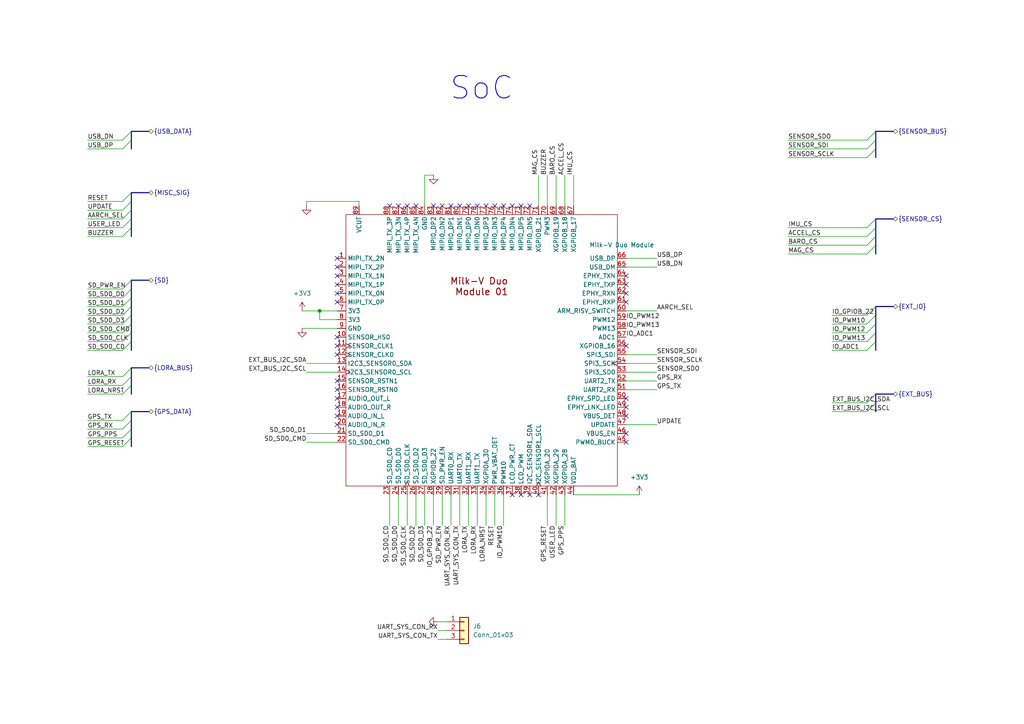
<source format=kicad_sch>
(kicad_sch (version 20250114) (generator "eeschema") (generator_version "9.0")
  (paper "A4")
  (title_block (title "${BOARD_NAME}") (date "${RELEASE_DATE}") (rev "${REVISION}") (company "${COMPANY}") (comment 1 "${VARIANT}"))
  (lib_symbols
    (symbol "Connector_Generic:Conn_01x03" (pin_names (offset 1.016) (hide yes))
      (property "Reference" "J" (at 0 5.08 0))
      (property "Value" "Conn_01x03" (at 0 -5.08 0))
      (symbol "Conn_01x03_1_1"
        (rectangle (start -1.27 3.81) (end 1.27 -3.81) (stroke (width 0.254)) (fill (type background)))
        (rectangle (start -1.27 2.667) (end 0 2.413) (stroke (width 0.1524)))
        (rectangle (start -1.27 0.127) (end 0 -0.127) (stroke (width 0.1524)))
        (rectangle (start -1.27 -2.413) (end 0 -2.667) (stroke (width 0.1524)))
        (pin passive line (at -5.08 2.54 0) (length 3.81) (name "Pin_1") (number "1"))
        (pin passive line (at -5.08 0 0) (length 3.81) (name "Pin_2") (number "2"))
        (pin passive line (at -5.08 -2.54 0) (length 3.81) (name "Pin_3") (number "3"))
      )
    )
    (symbol "MilkV_Duo:MilkV_DuoModule01_SG2000"
      (symbol "MilkV_DuoModule01_SG2000_0_1"
        (rectangle (start -39.37 39.37) (end 39.37 -39.37))
      )
      (symbol "MilkV_DuoModule01_SG2000_1_1"
        (text "Milk-V Duo \nModule 01" (at 0 18.542 0) (effects (font (size 1.9304 1.9304) (thickness 0.254) (bold yes))))
        (pin output line (at -41.91 26.67 0) (length 2.54) (name "MIPI_TX_2N") (number "1"))
        (pin output line (at -41.91 24.13 0) (length 2.54) (name "MIPI_TX_2P") (number "2"))
        (pin output line (at -41.91 21.59 0) (length 2.54) (name "MIPI_TX_1N") (number "3"))
        (pin output line (at -41.91 19.05 0) (length 2.54) (name "MIPI_TX_1P") (number "4"))
        (pin output line (at -41.91 16.51 0) (length 2.54) (name "MIPI_TX_0N") (number "5"))
        (pin output line (at -41.91 13.97 0) (length 2.54) (name "MIPI_TX_0P") (number "6"))
        (pin power_in line (at -41.91 11.43 0) (length 2.54) (name "3V3") (number "7"))
        (pin power_in line (at -41.91 8.89 0) (length 2.54) (name "3V3") (number "8"))
        (pin power_in line (at -41.91 6.35 0) (length 2.54) (name "GND") (number "9"))
        (pin bidirectional line (at -41.91 3.81 0) (length 2.54) (name "SENSOR_HS0") (number "10"))
        (pin bidirectional clock (at -41.91 1.27 0) (length 2.54) (name "SENSOR_CLK1") (number "11"))
        (pin bidirectional clock (at -41.91 -1.27 0) (length 2.54) (name "SENSOR_CLK0") (number "12"))
        (pin bidirectional line (at -41.91 -3.81 0) (length 2.54) (name "I2C3_SENSOR0_SDA") (number "13"))
        (pin bidirectional clock (at -41.91 -6.35 0) (length 2.54) (name "I2C3_SENSOR0_SCL") (number "14"))
        (pin bidirectional line (at -41.91 -8.89 0) (length 2.54) (name "SENSOR_RSTN1") (number "15"))
        (pin bidirectional line (at -41.91 -11.43 0) (length 2.54) (name "SENSOR_RSTN0") (number "16"))
        (pin output line (at -41.91 -13.97 0) (length 2.54) (name "AUDIO_OUT_L") (number "17"))
        (pin output line (at -41.91 -16.51 0) (length 2.54) (name "AUDIO_OUT_R") (number "18"))
        (pin input line (at -41.91 -19.05 0) (length 2.54) (name "AUDIO_IN_L") (number "19"))
        (pin input line (at -41.91 -21.59 0) (length 2.54) (name "AUDIO_IN_R") (number "20"))
        (pin bidirectional line (at -41.91 -24.13 0) (length 2.54) (name "SD_SD0_D1") (number "21"))
        (pin bidirectional line (at -41.91 -26.67 0) (length 2.54) (name "SD_SD0_CMD") (number "22"))
        (pin bidirectional line (at -35.56 41.91 270) (length 2.54) (name "VCUT") (number "89"))
        (pin output line (at -26.67 41.91 270) (length 2.54) (name "MIPI_TX_3P") (number "88"))
        (pin bidirectional line (at -26.67 -41.91 90) (length 2.54) (name "SD_SD0_CD") (number "23"))
        (pin output line (at -24.13 41.91 270) (length 2.54) (name "MIPI_TX_3N") (number "87"))
        (pin bidirectional line (at -24.13 -41.91 90) (length 2.54) (name "SD_SD0_D0") (number "24"))
        (pin output line (at -21.59 41.91 270) (length 2.54) (name "MIPI_TX_4P") (number "86"))
        (pin bidirectional clock (at -21.59 -41.91 90) (length 2.54) (name "SD_SD0_CLK") (number "25"))
        (pin output line (at -19.05 41.91 270) (length 2.54) (name "MIPI_TX_4N") (number "85"))
        (pin bidirectional line (at -19.05 -41.91 90) (length 2.54) (name "SD_SD0_D2") (number "26"))
        (pin power_in line (at -16.51 41.91 270) (length 2.54) (name "GND") (number "84"))
        (pin bidirectional line (at -16.51 -41.91 90) (length 2.54) (name "SD_SD0_D3") (number "27"))
        (pin bidirectional line (at -13.97 41.91 270) (length 2.54) (name "MIPI0_DP2") (number "83"))
        (pin bidirectional line (at -13.97 -41.91 90) (length 2.54) (name "XGPIOB_22") (number "28") (alternate "UART2_RX" input line))
        (pin bidirectional line (at -11.43 41.91 270) (length 2.54) (name "MIPI0_DN2") (number "82"))
        (pin bidirectional line (at -11.43 -41.91 90) (length 2.54) (name "SD_PWR_EN") (number "29"))
        (pin bidirectional line (at -8.89 41.91 270) (length 2.54) (name "MIPI0_DP1") (number "81"))
        (pin input line (at -8.89 -41.91 90) (length 2.54) (name "UART0_RX") (number "30") (alternate "UART2_TX" output line))
        (pin bidirectional line (at -6.35 41.91 270) (length 2.54) (name "MIPI0_DN1") (number "80"))
        (pin output line (at -6.35 -41.91 90) (length 2.54) (name "UART0_TX") (number "31") (alternate "UART1_TX" output line))
        (pin bidirectional line (at -3.81 41.91 270) (length 2.54) (name "MIPI0_DP0") (number "79"))
        (pin bidirectional line (at -3.81 -41.91 90) (length 2.54) (name "XGPIOA_18") (number "32") (alternate "UART1_RX" input line))
        (pin bidirectional line (at -1.27 41.91 270) (length 2.54) (name "MIPI0_DN0") (number "78"))
        (pin bidirectional line (at -1.27 -41.91 90) (length 2.54) (name "XGPIOA_19") (number "33") (alternate "UART1_TX" output line))
        (pin bidirectional line (at 1.27 41.91 270) (length 2.54) (name "MIPI0_DP3") (number "77"))
        (pin bidirectional line (at 1.27 -41.91 90) (length 2.54) (name "XGPIOA_30") (number "34"))
        (pin bidirectional line (at 3.81 41.91 270) (length 2.54) (name "MIPI0_DN3") (number "76"))
        (pin bidirectional line (at 3.81 -41.91 90) (length 2.54) (name "PWR_VBAT_DET") (number "35"))
        (pin bidirectional line (at 6.35 41.91 270) (length 2.54) (name "MIPI0_DP4") (number "75"))
        (pin bidirectional line (at 6.35 -41.91 90) (length 2.54) (name "LCD_RST") (number "36") (alternate "PWM10" output line))
        (pin bidirectional line (at 8.89 41.91 270) (length 2.54) (name "MIPI0_DN4") (number "74"))
        (pin bidirectional line (at 8.89 -41.91 90) (length 2.54) (name "LCD_PWR_CT") (number "37"))
        (pin bidirectional line (at 11.43 41.91 270) (length 2.54) (name "MIPI0_DP5") (number "73"))
        (pin bidirectional line (at 11.43 -41.91 90) (length 2.54) (name "LCD_PWM") (number "38"))
        (pin bidirectional line (at 13.97 41.91 270) (length 2.54) (name "MIPI0_DN5") (number "72"))
        (pin bidirectional line (at 13.97 -41.91 90) (length 2.54) (name "I2C_SENSOR1_SDA") (number "39"))
        (pin bidirectional line (at 16.51 41.91 270) (length 2.54) (name "XGPIOB_21") (number "71"))
        (pin bidirectional clock (at 16.51 -41.91 90) (length 2.54) (name "I2C_SENSOR1_SCL") (number "40"))
        (pin bidirectional line (at 19.05 41.91 270) (length 2.54) (name "XGPIOB_20") (number "70") (alternate "PWM3" output line) (alternate "UART2_TX" output line))
        (pin bidirectional line (at 19.05 -41.91 90) (length 2.54) (name "XGPIOA_20") (number "41"))
        (pin bidirectional line (at 21.59 41.91 270) (length 2.54) (name "XGPIOB_19") (number "69") (alternate "UART2_TX" output line))
        (pin bidirectional line (at 21.59 -41.91 90) (length 2.54) (name "XGPIOA_29") (number "42"))
        (pin bidirectional line (at 24.13 41.91 270) (length 2.54) (name "XGPIOB_18") (number "68"))
        (pin bidirectional line (at 24.13 -41.91 90) (length 2.54) (name "XGPIOA_28") (number "43") (alternate "UART1_TX" output line) (alternate "UART2_TX" output line))
        (pin bidirectional line (at 26.67 41.91 270) (length 2.54) (name "XGPIOB_17") (number "67"))
        (pin power_in line (at 26.67 -41.91 90) (length 2.54) (name "VDD_BAT") (number "44"))
        (pin bidirectional line (at 41.91 26.67 180) (length 2.54) (name "USB_DP") (number "66"))
        (pin bidirectional line (at 41.91 24.13 180) (length 2.54) (name "USB_DM") (number "65"))
        (pin output line (at 41.91 21.59 180) (length 2.54) (name "EPHY_TXN") (number "64"))
        (pin output line (at 41.91 19.05 180) (length 2.54) (name "EPHY_TXP") (number "63"))
        (pin input line (at 41.91 16.51 180) (length 2.54) (name "EPHY_RXN") (number "62"))
        (pin input line (at 41.91 13.97 180) (length 2.54) (name "EPHY_RXP") (number "61"))
        (pin input line (at 41.91 11.43 180) (length 2.54) (name "ARM_RISV_SWITCH") (number "60"))
        (pin bidirectional line (at 41.91 8.89 180) (length 2.54) (name "ADC3") (number "59") (alternate "PWM12" output line))
        (pin bidirectional line (at 41.91 6.35 180) (length 2.54) (name "ADC2") (number "58") (alternate "PWM13" output line))
        (pin bidirectional line (at 41.91 3.81 180) (length 2.54) (name "ADC1") (number "57"))
        (pin bidirectional line (at 41.91 1.27 180) (length 2.54) (name "XGPIOB_16") (number "56") (alternate "UART2_RX" input line))
        (pin bidirectional line (at 41.91 -1.27 180) (length 2.54) (name "XGPIOB_14") (number "55") (alternate "SPI3_SDI" output line))
        (pin bidirectional line (at 41.91 -3.81 180) (length 2.54) (name "XGPIOB_15") (number "54") (alternate "SPI3_SCK" bidirectional clock) (alternate "UART2_TX" output line))
        (pin bidirectional line (at 41.91 -6.35 180) (length 2.54) (name "XGPIOB_13") (number "53") (alternate "PWM3" output line) (alternate "SPI3_SD0" input line))
        (pin bidirectional line (at 41.91 -8.89 180) (length 2.54) (name "XGPIOB_11") (number "52") (alternate "UART2_TX" output line))
        (pin bidirectional line (at 41.91 -11.43 180) (length 2.54) (name "XGPIOB_12") (number "51") (alternate "UART2_RX" input line))
        (pin bidirectional line (at 41.91 -13.97 180) (length 2.54) (name "EPHY_SPD_LED") (number "50"))
        (pin bidirectional line (at 41.91 -16.51 180) (length 2.54) (name "EPHY_LNK_LED") (number "49"))
        (pin bidirectional line (at 41.91 -19.05 180) (length 2.54) (name "VBUS_DET") (number "48"))
        (pin bidirectional line (at 41.91 -21.59 180) (length 2.54) (name "UPDATE") (number "47"))
        (pin bidirectional line (at 41.91 -24.13 180) (length 2.54) (name "VBUS_EN") (number "46"))
        (pin bidirectional line (at 41.91 -26.67 180) (length 2.54) (name "PWM0_BUCK") (number "45"))
      )
    )
    (symbol "power:+3V3" (power) (pin_numbers (hide yes)) (pin_names (offset 0) (hide yes))
      (property "Value" "+3V3" (at 0 3.556 0))
      (symbol "+3V3_0_1"
        (polyline (pts (xy -0.762 1.27) (xy 0 2.54)))
        (polyline (pts (xy 0 2.54) (xy 0.762 1.27)))
        (polyline (pts (xy 0 0) (xy 0 2.54)))
      )
      (symbol "+3V3_1_1"
        (pin power_in line (at 0 0 90) (length 0) (name "~") (number "1"))
      )
    )
    (symbol "power:GND" (power) (pin_numbers (hide yes)) (pin_names (offset 0) (hide yes))
      (property "Value" "GND" (at 0 -3.81 0))
      (symbol "GND_0_1"
        (polyline (pts (xy 0 0) (xy 0 -1.27) (xy 1.27 -1.27) (xy 0 -2.54) (xy -1.27 -1.27) (xy 0 -1.27)))
      )
      (symbol "GND_1_1"
        (pin power_in line (at 0 0 270) (length 0) (name "~") (number "1"))
      )
    )
  )
  (bus_alias "EXT_BUS" (members "SENSOR_SD0" "SENSOR_SDI" "SENSOR_SCLK" "EXT_BUS_I2C_SDA" "EXT_BUS_I2C_SCL"))
  (text "SoC" (at 139.7 25.654 0) (effects (font (size 6.5024 6.5024) (thickness 0.254) (bold yes))))
  (junction (at 92.71 90.17))
  (no_connect (at 97.79 115.57))
  (no_connect (at 151.13 143.51))
  (no_connect (at 97.79 123.19))
  (no_connect (at 97.79 82.55))
  (no_connect (at 97.79 120.65))
  (no_connect (at 181.61 82.55))
  (no_connect (at 97.79 97.79))
  (no_connect (at 140.97 59.69))
  (no_connect (at 135.89 59.69))
  (no_connect (at 153.67 59.69))
  (no_connect (at 181.61 100.33))
  (no_connect (at 120.65 59.69))
  (no_connect (at 148.59 143.51))
  (no_connect (at 125.73 59.69))
  (no_connect (at 113.03 59.69))
  (no_connect (at 97.79 110.49))
  (no_connect (at 138.43 59.69))
  (no_connect (at 97.79 87.63))
  (no_connect (at 181.61 125.73))
  (no_connect (at 97.79 118.11))
  (no_connect (at 151.13 59.69))
  (no_connect (at 97.79 102.87))
  (no_connect (at 128.27 59.69))
  (no_connect (at 97.79 74.93))
  (no_connect (at 118.11 59.69))
  (no_connect (at 181.61 120.65))
  (no_connect (at 181.61 128.27))
  (no_connect (at 156.21 143.51))
  (no_connect (at 97.79 80.01))
  (no_connect (at 181.61 87.63))
  (no_connect (at 97.79 113.03))
  (no_connect (at 115.57 59.69))
  (no_connect (at 97.79 85.09))
  (no_connect (at 148.59 59.69))
  (no_connect (at 146.05 59.69))
  (no_connect (at 97.79 77.47))
  (no_connect (at 133.35 59.69))
  (no_connect (at 181.61 115.57))
  (no_connect (at 181.61 80.01))
  (no_connect (at 153.67 143.51))
  (no_connect (at 130.81 59.69))
  (no_connect (at 181.61 85.09))
  (no_connect (at 143.51 59.69))
  (no_connect (at 97.79 100.33))
  (no_connect (at 181.61 118.11))
  (bus_entry (at 254 63.5) (size -2.54 2.54))
  (bus_entry (at 38.1 119.38) (size -2.54 2.54))
  (bus_entry (at 38.1 127) (size -2.54 2.54))
  (bus_entry (at 38.1 88.9) (size -2.54 2.54))
  (bus_entry (at 254 68.58) (size -2.54 2.54))
  (bus_entry (at 254 116.84) (size -2.54 2.54))
  (bus_entry (at 254 43.18) (size -2.54 2.54))
  (bus_entry (at 38.1 55.88) (size -2.54 2.54))
  (bus_entry (at 38.1 109.22) (size -2.54 2.54))
  (bus_entry (at 254 38.1) (size -2.54 2.54))
  (bus_entry (at 254 88.9) (size -2.54 2.54))
  (bus_entry (at 38.1 106.68) (size -2.54 2.54))
  (bus_entry (at 38.1 96.52) (size -2.54 2.54))
  (bus_entry (at 38.1 91.44) (size -2.54 2.54))
  (bus_entry (at 38.1 58.42) (size -2.54 2.54))
  (bus_entry (at 38.1 63.5) (size -2.54 2.54))
  (bus_entry (at 38.1 81.28) (size -2.54 2.54))
  (bus_entry (at 38.1 86.36) (size -2.54 2.54))
  (bus_entry (at 38.1 60.96) (size -2.54 2.54))
  (bus_entry (at 254 66.04) (size -2.54 2.54))
  (bus_entry (at 38.1 38.1) (size -2.54 2.54))
  (bus_entry (at 38.1 99.06) (size -2.54 2.54))
  (bus_entry (at 38.1 66.04) (size -2.54 2.54))
  (bus_entry (at 254 71.12) (size -2.54 2.54))
  (bus_entry (at 254 40.64) (size -2.54 2.54))
  (bus_entry (at 254 99.06) (size -2.54 2.54))
  (bus_entry (at 38.1 111.76) (size -2.54 2.54))
  (bus_entry (at 38.1 124.46) (size -2.54 2.54))
  (bus_entry (at 38.1 40.64) (size -2.54 2.54))
  (bus_entry (at 38.1 83.82) (size -2.54 2.54))
  (bus_entry (at 38.1 93.98) (size -2.54 2.54))
  (bus_entry (at 254 96.52) (size -2.54 2.54))
  (bus_entry (at 254 114.3) (size -2.54 2.54))
  (bus_entry (at 254 91.44) (size -2.54 2.54))
  (bus_entry (at 38.1 121.92) (size -2.54 2.54))
  (bus_entry (at 254 93.98) (size -2.54 2.54))
  (wire (pts (xy 161.29 152.4) (xy 161.29 143.51)))
  (wire (pts (xy 123.19 59.69) (xy 123.19 50.8)))
  (wire (pts (xy 228.6 71.12) (xy 251.46 71.12)))
  (bus (pts (xy 38.1 86.36) (xy 38.1 88.9)))
  (wire (pts (xy 140.97 152.4) (xy 140.97 143.51)))
  (bus (pts (xy 38.1 127) (xy 38.1 129.54)))
  (wire (pts (xy 113.03 152.4) (xy 113.03 143.51)))
  (bus (pts (xy 254 116.84) (xy 254 119.38)))
  (wire (pts (xy 25.4 129.54) (xy 35.56 129.54)))
  (wire (pts (xy 88.9 125.73) (xy 97.79 125.73)))
  (wire (pts (xy 128.27 152.4) (xy 128.27 143.51)))
  (wire (pts (xy 133.35 143.51) (xy 133.35 152.4)))
  (wire (pts (xy 241.3 116.84) (xy 251.46 116.84)))
  (wire (pts (xy 25.4 86.36) (xy 35.56 86.36)))
  (wire (pts (xy 25.4 93.98) (xy 35.56 93.98)))
  (wire (pts (xy 25.4 114.3) (xy 35.56 114.3)))
  (bus (pts (xy 38.1 106.68) (xy 38.1 109.22)))
  (bus (pts (xy 254 66.04) (xy 254 68.58)))
  (wire (pts (xy 190.5 105.41) (xy 181.61 105.41)))
  (wire (pts (xy 127 180.34) (xy 129.54 180.34)))
  (wire (pts (xy 143.51 152.4) (xy 143.51 143.51)))
  (wire (pts (xy 190.5 102.87) (xy 181.61 102.87)))
  (wire (pts (xy 123.19 143.51) (xy 123.19 152.4)))
  (wire (pts (xy 88.9 107.95) (xy 97.79 107.95)))
  (wire (pts (xy 146.05 152.4) (xy 146.05 143.51)))
  (bus (pts (xy 43.18 119.38) (xy 38.1 119.38)))
  (wire (pts (xy 25.4 96.52) (xy 35.56 96.52)))
  (wire (pts (xy 190.5 107.95) (xy 181.61 107.95)))
  (wire (pts (xy 228.6 40.64) (xy 251.46 40.64)))
  (wire (pts (xy 125.73 152.4) (xy 125.73 143.51)))
  (bus (pts (xy 254 71.12) (xy 254 73.66)))
  (wire (pts (xy 228.6 66.04) (xy 251.46 66.04)))
  (wire (pts (xy 25.4 43.18) (xy 35.56 43.18)))
  (wire (pts (xy 97.79 92.71) (xy 92.71 92.71)))
  (bus (pts (xy 43.18 38.1) (xy 38.1 38.1)))
  (wire (pts (xy 25.4 40.64) (xy 35.56 40.64)))
  (wire (pts (xy 25.4 83.82) (xy 35.56 83.82)))
  (wire (pts (xy 88.9 105.41) (xy 97.79 105.41)))
  (bus (pts (xy 38.1 93.98) (xy 38.1 96.52)))
  (bus (pts (xy 38.1 81.28) (xy 38.1 83.82)))
  (bus (pts (xy 254 91.44) (xy 254 93.98)))
  (bus (pts (xy 254 38.1) (xy 254 40.64)))
  (wire (pts (xy 25.4 111.76) (xy 35.56 111.76)))
  (wire (pts (xy 118.11 143.51) (xy 118.11 152.4)))
  (wire (pts (xy 25.4 66.04) (xy 35.56 66.04)))
  (wire (pts (xy 25.4 127) (xy 35.56 127)))
  (wire (pts (xy 25.4 124.46) (xy 35.56 124.46)))
  (wire (pts (xy 163.83 152.4) (xy 163.83 143.51)))
  (wire (pts (xy 228.6 45.72) (xy 251.46 45.72)))
  (wire (pts (xy 25.4 121.92) (xy 35.56 121.92)))
  (wire (pts (xy 25.4 101.6) (xy 35.56 101.6)))
  (wire (pts (xy 241.3 101.6) (xy 251.46 101.6)))
  (wire (pts (xy 163.83 50.8) (xy 163.83 59.69)))
  (wire (pts (xy 158.75 50.8) (xy 158.75 59.69)))
  (bus (pts (xy 38.1 58.42) (xy 38.1 60.96)))
  (bus (pts (xy 38.1 38.1) (xy 38.1 40.64)))
  (wire (pts (xy 161.29 50.8) (xy 161.29 59.69)))
  (wire (pts (xy 25.4 99.06) (xy 35.56 99.06)))
  (wire (pts (xy 92.71 92.71) (xy 92.71 90.17)))
  (wire (pts (xy 25.4 58.42) (xy 35.56 58.42)))
  (bus (pts (xy 38.1 55.88) (xy 38.1 58.42)))
  (bus (pts (xy 259.08 38.1) (xy 254 38.1)))
  (wire (pts (xy 190.5 113.03) (xy 181.61 113.03)))
  (wire (pts (xy 190.5 123.19) (xy 181.61 123.19)))
  (bus (pts (xy 254 88.9) (xy 254 91.44)))
  (wire (pts (xy 25.4 91.44) (xy 35.56 91.44)))
  (bus (pts (xy 38.1 109.22) (xy 38.1 111.76)))
  (bus (pts (xy 38.1 88.9) (xy 38.1 91.44)))
  (bus (pts (xy 254 63.5) (xy 254 66.04)))
  (bus (pts (xy 259.08 63.5) (xy 254 63.5)))
  (wire (pts (xy 190.5 77.47) (xy 181.61 77.47)))
  (bus (pts (xy 38.1 99.06) (xy 38.1 101.6)))
  (bus (pts (xy 254 68.58) (xy 254 71.12)))
  (wire (pts (xy 123.19 50.8) (xy 125.73 50.8)))
  (wire (pts (xy 87.63 90.17) (xy 92.71 90.17)))
  (wire (pts (xy 138.43 152.4) (xy 138.43 143.51)))
  (bus (pts (xy 254 99.06) (xy 254 101.6)))
  (wire (pts (xy 241.3 93.98) (xy 251.46 93.98)))
  (bus (pts (xy 38.1 63.5) (xy 38.1 66.04)))
  (bus (pts (xy 259.08 114.3) (xy 254 114.3)))
  (wire (pts (xy 127 185.42) (xy 129.54 185.42)))
  (bus (pts (xy 43.18 106.68) (xy 38.1 106.68)))
  (bus (pts (xy 254 96.52) (xy 254 99.06)))
  (wire (pts (xy 241.3 91.44) (xy 251.46 91.44)))
  (bus (pts (xy 259.08 88.9) (xy 254 88.9)))
  (wire (pts (xy 25.4 88.9) (xy 35.56 88.9)))
  (bus (pts (xy 38.1 83.82) (xy 38.1 86.36)))
  (wire (pts (xy 190.5 110.49) (xy 181.61 110.49)))
  (wire (pts (xy 166.37 50.8) (xy 166.37 59.69)))
  (wire (pts (xy 190.5 90.17) (xy 181.61 90.17)))
  (wire (pts (xy 25.4 60.96) (xy 35.56 60.96)))
  (bus (pts (xy 254 43.18) (xy 254 45.72)))
  (bus (pts (xy 38.1 124.46) (xy 38.1 127)))
  (wire (pts (xy 135.89 152.4) (xy 135.89 143.51)))
  (bus (pts (xy 38.1 121.92) (xy 38.1 124.46)))
  (wire (pts (xy 166.37 143.51) (xy 185.42 143.51)))
  (wire (pts (xy 88.9 58.42) (xy 88.9 59.69)))
  (wire (pts (xy 228.6 43.18) (xy 251.46 43.18)))
  (wire (pts (xy 25.4 68.58) (xy 35.56 68.58)))
  (wire (pts (xy 127 182.88) (xy 129.54 182.88)))
  (bus (pts (xy 38.1 119.38) (xy 38.1 121.92)))
  (wire (pts (xy 241.3 96.52) (xy 251.46 96.52)))
  (bus (pts (xy 254 114.3) (xy 254 116.84)))
  (wire (pts (xy 104.14 58.42) (xy 104.14 59.69)))
  (bus (pts (xy 254 40.64) (xy 254 43.18)))
  (bus (pts (xy 38.1 91.44) (xy 38.1 93.98)))
  (wire (pts (xy 87.63 95.25) (xy 97.79 95.25)))
  (wire (pts (xy 25.4 63.5) (xy 35.56 63.5)))
  (wire (pts (xy 88.9 128.27) (xy 97.79 128.27)))
  (wire (pts (xy 228.6 68.58) (xy 251.46 68.58)))
  (bus (pts (xy 43.18 81.28) (xy 38.1 81.28)))
  (bus (pts (xy 38.1 96.52) (xy 38.1 99.06)))
  (wire (pts (xy 92.71 90.17) (xy 97.79 90.17)))
  (wire (pts (xy 228.6 73.66) (xy 251.46 73.66)))
  (wire (pts (xy 156.21 50.8) (xy 156.21 59.69)))
  (wire (pts (xy 25.4 109.22) (xy 35.56 109.22)))
  (bus (pts (xy 43.18 55.88) (xy 38.1 55.88)))
  (wire (pts (xy 120.65 143.51) (xy 120.65 152.4)))
  (wire (pts (xy 130.81 152.4) (xy 130.81 143.51)))
  (bus (pts (xy 38.1 60.96) (xy 38.1 63.5)))
  (wire (pts (xy 241.3 99.06) (xy 251.46 99.06)))
  (bus (pts (xy 38.1 40.64) (xy 38.1 43.18)))
  (wire (pts (xy 241.3 119.38) (xy 251.46 119.38)))
  (bus (pts (xy 38.1 111.76) (xy 38.1 114.3)))
  (wire (pts (xy 88.9 58.42) (xy 104.14 58.42)))
  (bus (pts (xy 38.1 66.04) (xy 38.1 68.58)))
  (bus (pts (xy 254 93.98) (xy 254 96.52)))
  (wire (pts (xy 158.75 152.4) (xy 158.75 143.51)))
  (wire (pts (xy 190.5 74.93) (xy 181.61 74.93)))
  (wire (pts (xy 115.57 143.51) (xy 115.57 152.4)))
  (label "ACCEL_CS" (at 228.6 68.58 0))
  (label "IO_GPIOB_22" (at 125.73 152.4 270))
  (label "SD_SD0_CD" (at 113.03 152.4 270))
  (label "SENSOR_SCLK" (at 190.5 105.41 0))
  (label "UART_SYS_CON_TX" (at 127 185.42 180))
  (label "LORA_RX" (at 25.4 111.76 0))
  (label "AARCH_SEL" (at 25.4 63.5 0))
  (label "IO_GPIOB_22" (at 241.3 91.44 0))
  (label "SD_SD0_D0" (at 115.57 152.4 270))
  (label "SENSOR_SDI" (at 190.5 102.87 0))
  (label "UART_SYS_CON_RX" (at 127 182.88 180))
  (label "SENSOR_SDO" (at 228.6 40.64 0))
  (label "GPS_PPS" (at 163.83 152.4 270))
  (label "IO_PWM13" (at 241.3 99.06 0))
  (label "GPS_RX" (at 25.4 124.46 0))
  (label "SD_SD0_CLK" (at 25.4 99.06 0))
  (label "SD_SD0_D3" (at 25.4 93.98 0))
  (label "EXT_BUS_I2C_SDA" (at 241.3 116.84 0))
  (label "SD_SD0_D0" (at 25.4 86.36 0))
  (label "UPDATE" (at 25.4 60.96 0))
  (label "IO_ADC1" (at 241.3 101.6 0))
  (label "GPS_RESET" (at 25.4 129.54 0))
  (label "GPS_PPS" (at 25.4 127 0))
  (label "GPS_RESET" (at 158.75 152.4 270))
  (label "SD_PWR_EN" (at 128.27 152.4 270))
  (label "USB_DN" (at 190.5 77.47 0) (effects (font (thickness 0.1588))))
  (label "IO_PWM10" (at 241.3 93.98 0))
  (label "LORA_RX" (at 138.43 152.4 270))
  (label "MAG_CS" (at 156.21 50.8 90))
  (label "LORA_TX" (at 25.4 109.22 0))
  (label "USB_DN" (at 25.4 40.64 0))
  (label "UPDATE" (at 190.5 123.19 0))
  (label "SD_SD0_CMD" (at 88.9 128.27 180))
  (label "IO_PWM10" (at 146.05 152.4 270))
  (label "USB_DP" (at 25.4 43.18 0))
  (label "IO_PWM12" (at 241.3 96.52 0))
  (label "SENSOR_SCLK" (at 228.6 45.72 0))
  (label "GPS_TX" (at 190.5 113.03 0))
  (label "SD_SD0_D3" (at 123.19 152.4 270))
  (label "EXT_BUS_I2C_SCL" (at 88.9 107.95 180))
  (label "IO_PWM13" (at 181.61 95.25 0))
  (label "SENSOR_SDI" (at 228.6 43.18 0))
  (label "USER_LED" (at 25.4 66.04 0))
  (label "BARO_CS" (at 161.29 50.8 90))
  (label "SD_SD0_CD" (at 25.4 101.6 0))
  (label "LORA_NRST" (at 140.97 152.4 270))
  (label "IO_ADC1" (at 181.61 97.79 0))
  (label "IMU_CS" (at 166.37 50.8 90))
  (label "RESET" (at 143.51 152.4 270))
  (label "IO_PWM12" (at 181.61 92.71 0))
  (label "UART_SYS_CON_RX" (at 130.81 152.4 270))
  (label "USB_DP" (at 190.5 74.93 0) (effects (font (thickness 0.1588))))
  (label "AARCH_SEL" (at 190.5 90.17 0))
  (label "RESET" (at 25.4 58.42 0))
  (label "BUZZER" (at 158.75 50.8 90))
  (label "BUZZER" (at 25.4 68.58 0))
  (label "EXT_BUS_I2C_SDA" (at 88.9 105.41 180))
  (label "GPS_RX" (at 190.5 110.49 0))
  (label "IMU_CS" (at 228.6 66.04 0))
  (label "GPS_TX" (at 25.4 121.92 0))
  (label "SD_SD0_CLK" (at 118.11 152.4 270))
  (label "SD_SD0_D2" (at 120.65 152.4 270))
  (label "SD_PWR_EN" (at 25.4 83.82 0))
  (label "BARO_CS" (at 228.6 71.12 0))
  (label "EXT_BUS_I2C_SCL" (at 241.3 119.38 0))
  (label "SD_SD0_D1" (at 88.9 125.73 180))
  (label "LORA_TX" (at 135.89 152.4 270))
  (label "SD_SD0_D2" (at 25.4 91.44 0))
  (label "SD_SD0_CMD" (at 25.4 96.52 0))
  (label "SD_SD0_D1" (at 25.4 88.9 0))
  (label "MAG_CS" (at 228.6 73.66 0))
  (label "ACCEL_CS" (at 163.83 50.8 90))
  (label "USER_LED" (at 161.29 152.4 270))
  (label "SENSOR_SDO" (at 190.5 107.95 0))
  (label "LORA_NRST" (at 25.4 114.3 0))
  (label "UART_SYS_CON_TX" (at 133.35 152.4 270))
  (hierarchical_label "{EXT_BUS}" (shape bidirectional) (at 259.08 114.3 0))
  (hierarchical_label "{LORA_BUS}" (shape bidirectional) (at 43.18 106.68 0))
  (hierarchical_label "{USB_DATA}" (shape bidirectional) (at 43.18 38.1 0))
  (hierarchical_label "{MISC_SIG}" (shape bidirectional) (at 43.18 55.88 0))
  (hierarchical_label "{SD}" (shape bidirectional) (at 43.18 81.28 0))
  (hierarchical_label "{GPS_DATA}" (shape bidirectional) (at 43.18 119.38 0))
  (hierarchical_label "{SENSOR_BUS}" (shape bidirectional) (at 259.08 38.1 0))
  (hierarchical_label "{EXT_IO}" (shape bidirectional) (at 259.08 88.9 0))
  (hierarchical_label "{SENSOR_CS}" (shape bidirectional) (at 259.08 63.5 0))
  (symbol (lib_id "power:GND") (at 87.63 95.25 0) (unit 1)
    (property "Reference" "#PWR014" (effects (hide yes)))
    (property "Value" "GND" (effects (hide yes)))
    (property "Description" "Power symbol creates a global label with name \"GND\" , ground" (effects (hide yes)))
  )
  (symbol (lib_id "power:+3V3") (at 87.63 90.17 0) (unit 1)
    (property "Reference" "#PWR015" (effects (hide yes)))
    (property "Value" "+3V3" (at 87.63 85.09 0))
    (property "Description" "Power symbol creates a global label with name \"+3V3\"" (effects (hide yes)))
  )
  (symbol (lib_id "power:GND") (at 127 180.34 270) (unit 1)
    (property "Reference" "#PWR059" (effects (hide yes)))
    (property "Value" "GND" (effects (hide yes)))
    (property "Description" "Power symbol creates a global label with name \"GND\" , ground" (effects (hide yes)))
  )
  (symbol (lib_id "power:GND") (at 125.73 50.8 0) (unit 1)
    (property "Reference" "#PWR017" (effects (hide yes)))
    (property "Value" "GND" (effects (hide yes)))
    (property "Description" "Power symbol creates a global label with name \"GND\" , ground" (effects (hide yes)))
  )
  (symbol (lib_id "MilkV_Duo:MilkV_DuoModule01_SG2000") (at 139.7 101.6 0) (unit 1)
    (property "Reference" "U1" (effects (hide yes)))
    (property "Value" "Milk-V Duo Module" (at 180.34 71.0498 0))
    (property "Footprint" "MilkV_Duo:MilkV_DuoModule01_Stamp_88" (effects (hide yes)))
    (property "Datasheet" "https://milkv.io/duo-module-01" (effects (hide yes)))
    (property "Description" "The Duo Module 01 is a compact module with integrated SG2000, WI-FI6/BTDM5.4, and eMMC. It supports SMD mounting. Also it can greatly save product development time. It is the first choice for making products." (effects (hide yes)))
    (property "JLC Part Type" "N/A" (effects (hide yes)))
    (property "Part Number" "Duo Module 01" (effects (hide yes)))
    (property "Manafacturer" "Milk-V" (effects (hide yes)))
    (pin "54" (alternate "SPI3_SCK"))
    (pin "55" (alternate "SPI3_SDI"))
    (pin "59" (alternate "PWM12"))
    (pin "32" (alternate "UART1_RX"))
    (pin "58" (alternate "PWM13"))
    (pin "52" (alternate "UART2_TX"))
    (pin "53" (alternate "SPI3_SD0"))
    (pin "51" (alternate "UART2_RX"))
    (pin "70" (alternate "PWM3"))
    (pin "33" (alternate "UART1_TX"))
    (pin "36" (alternate "PWM10"))
  )
  (symbol (lib_id "power:+3V3") (at 185.42 143.51 0) (unit 1)
    (property "Reference" "#PWR043" (effects (hide yes)))
    (property "Value" "+3V3" (at 185.42 138.43 0))
    (property "Description" "Power symbol creates a global label with name \"+3V3\"" (effects (hide yes)))
  )
  (symbol (lib_id "power:GND") (at 88.9 59.69 0) (unit 1)
    (property "Reference" "#PWR016" (effects (hide yes)))
    (property "Value" "GND" (effects (hide yes)))
    (property "Description" "Power symbol creates a global label with name \"GND\" , ground" (effects (hide yes)))
  )
  (symbol (lib_id "Connector_Generic:Conn_01x03") (at 134.62 182.88 0) (unit 1)
    (property "Reference" "J6" (at 137.16 181.6099 0) (effects (justify left)))
    (property "Value" "Conn_01x03" (at 137.16 184.1499 0) (effects (justify left)))
    (property "Footprint" "Connector_PinHeader_1.00mm:PinHeader_1x03_P1.00mm_Vertical" (effects (hide yes)))
    (property "Description" "Generic connector, single row, 01x03, script generated (kicad-library-utils/schlib/autogen/connector/)" (effects (hide yes)))
  )
)
</source>
